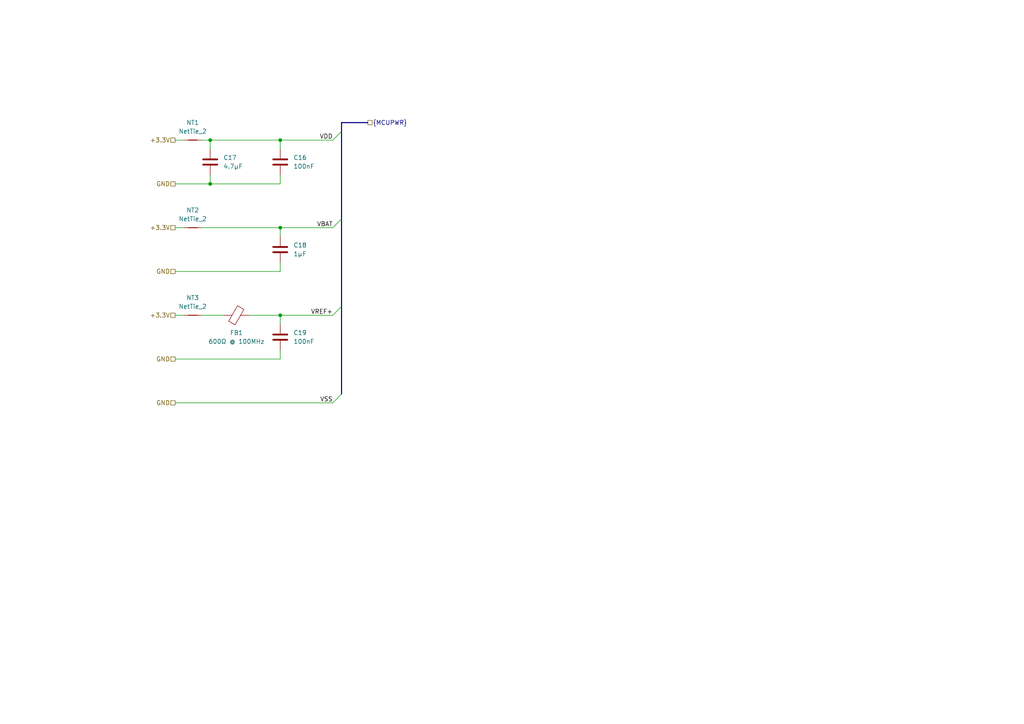
<source format=kicad_sch>
(kicad_sch (version 20230121) (generator eeschema)
  (paper "A4")
  (lib_symbols
    (symbol "Device:C" (pin_numbers hide) (pin_names (offset 0.254))
      (property "Reference" "C" (at 0.635 2.54 0))
      (property "Value" "C" (at 0.635 -2.54 0))
      (symbol "C_0_1"
        (polyline (pts (xy -2.032 -0.762) (xy 2.032 -0.762)) (stroke (width 0.508)))
        (polyline (pts (xy -2.032 0.762) (xy 2.032 0.762)) (stroke (width 0.508)))
      )
      (symbol "C_1_1"
        (pin passive line (at 0 3.81 270) (length 2.794) (name "~") (number "1"))
        (pin passive line (at 0 -3.81 90) (length 2.794) (name "~") (number "2"))
      )
    )
    (symbol "Device:FerriteBead" (pin_numbers hide) (pin_names (offset 0))
      (property "Reference" "FB" (at -3.81 0.635 90))
      (property "Value" "FerriteBead" (at 3.81 0 90))
      (symbol "FerriteBead_0_1"
        (polyline (pts (xy 0 -1.27) (xy 0 -1.2192)))
        (polyline (pts (xy 0 1.27) (xy 0 1.2954)))
        (polyline (pts (xy -2.7686 0.4064) (xy -1.7018 2.2606) (xy 2.7686 -0.3048) (xy 1.6764 -2.159) (xy -2.7686 0.4064)))
      )
      (symbol "FerriteBead_1_1"
        (pin passive line (at 0 3.81 270) (length 2.54) (name "~") (number "1"))
        (pin passive line (at 0 -3.81 90) (length 2.54) (name "~") (number "2"))
      )
    )
    (symbol "Device:NetTie_2" (pin_numbers hide) (pin_names (offset 0) hide) (in_bom no)
      (property "Reference" "NT" (at 0 1.27 0))
      (property "Value" "NetTie_2" (at 0 -1.27 0))
      (symbol "NetTie_2_0_1"
        (polyline (pts (xy -1.27 0) (xy 1.27 0)) (stroke (width 0.254)))
      )
      (symbol "NetTie_2_1_1"
        (pin passive line (at -2.54 0 0) (length 2.54) (name "1") (number "1"))
        (pin passive line (at 2.54 0 180) (length 2.54) (name "2") (number "2"))
      )
    )
  )
  (junction (at 81.28 66.04))
  (junction (at 81.28 91.44))
  (junction (at 81.28 40.64))
  (junction (at 60.96 40.64))
  (junction (at 60.96 53.34))
  (bus_entry (at 99.06 38.1) (size -2.54 2.54))
  (bus_entry (at 99.06 63.5) (size -2.54 2.54))
  (bus_entry (at 99.06 114.3) (size -2.54 2.54))
  (bus_entry (at 99.06 88.9) (size -2.54 2.54))
  (wire (pts (xy 60.96 53.34) (xy 81.28 53.34)))
  (wire (pts (xy 81.28 40.64) (xy 60.96 40.64)))
  (wire (pts (xy 50.8 53.34) (xy 60.96 53.34)))
  (wire (pts (xy 81.28 50.8) (xy 81.28 53.34)))
  (wire (pts (xy 50.8 91.44) (xy 53.34 91.44)))
  (wire (pts (xy 50.8 40.64) (xy 53.34 40.64)))
  (wire (pts (xy 58.42 91.44) (xy 64.77 91.44)))
  (wire (pts (xy 81.28 93.98) (xy 81.28 91.44)))
  (wire (pts (xy 50.8 104.14) (xy 81.28 104.14)))
  (wire (pts (xy 81.28 40.64) (xy 81.28 43.18)))
  (wire (pts (xy 81.28 76.2) (xy 81.28 78.74)))
  (wire (pts (xy 81.28 78.74) (xy 50.8 78.74)))
  (wire (pts (xy 58.42 40.64) (xy 60.96 40.64)))
  (bus (pts (xy 99.06 38.1) (xy 99.06 63.5)))
  (wire (pts (xy 81.28 68.58) (xy 81.28 66.04)))
  (wire (pts (xy 60.96 40.64) (xy 60.96 43.18)))
  (wire (pts (xy 81.28 40.64) (xy 96.52 40.64)))
  (wire (pts (xy 81.28 101.6) (xy 81.28 104.14)))
  (wire (pts (xy 81.28 91.44) (xy 96.52 91.44)))
  (wire (pts (xy 72.39 91.44) (xy 81.28 91.44)))
  (bus (pts (xy 99.06 88.9) (xy 99.06 114.3)))
  (wire (pts (xy 50.8 116.84) (xy 96.52 116.84)))
  (bus (pts (xy 99.06 63.5) (xy 99.06 88.9)))
  (bus (pts (xy 99.06 35.56) (xy 99.06 38.1)))
  (wire (pts (xy 58.42 66.04) (xy 81.28 66.04)))
  (wire (pts (xy 60.96 50.8) (xy 60.96 53.34)))
  (wire (pts (xy 50.8 66.04) (xy 53.34 66.04)))
  (bus (pts (xy 106.68 35.56) (xy 99.06 35.56)))
  (wire (pts (xy 81.28 66.04) (xy 96.52 66.04)))
  (label "VBAT" (at 96.52 66.04 180))
  (label "VSS" (at 96.52 116.84 180))
  (label "VDD" (at 96.52 40.64 180))
  (label "VREF+" (at 96.52 91.44 180))
  (hierarchical_label "+3.3V" (shape passive) (at 50.8 66.04 180))
  (hierarchical_label "GND" (shape passive) (at 50.8 104.14 180))
  (hierarchical_label "GND" (shape passive) (at 50.8 53.34 180))
  (hierarchical_label "{MCUPWR}" (shape passive) (at 106.68 35.56 0))
  (hierarchical_label "GND" (shape passive) (at 50.8 78.74 180))
  (hierarchical_label "+3.3V" (shape passive) (at 50.8 91.44 180))
  (hierarchical_label "GND" (shape passive) (at 50.8 116.84 180))
  (hierarchical_label "+3.3V" (shape passive) (at 50.8 40.64 180))
  (symbol (lib_id "Device:C") (at 81.28 46.99 0) (unit 1)
    (property "Reference" "C16" (at 85.09 45.72 0) (effects (justify left)))
    (property "Value" "100nF" (at 85.09 48.26 0) (effects (justify left)))
    (property "Footprint" "Capacitor_SMD:C_0402_1005Metric" (effects hide))
    (property "LCSC" "C115671" (effects hide))
  )
  (symbol (lib_id "Device:NetTie_2") (at 55.88 66.04 0) (unit 1) (in_bom no)
    (property "Reference" "NT2" (at 55.88 60.96 0))
    (property "Value" "NetTie_2" (at 55.88 63.5 0))
    (property "Footprint" "NetTie:NetTie-2_SMD_Pad0.5mm" (effects hide))
  )
  (symbol (lib_id "Device:FerriteBead") (at 68.58 91.44 90) (unit 1)
    (property "Reference" "FB1" (at 68.58 96.52 90))
    (property "Value" "600Ω @ 100MHz" (at 68.58 99.06 90))
    (property "Footprint" "Inductor_SMD:L_0402_1005Metric" (effects hide))
    (property "LCSC" "C98261" (effects hide))
  )
  (symbol (lib_id "Device:NetTie_2") (at 55.88 40.64 0) (unit 1) (in_bom no)
    (property "Reference" "NT1" (at 55.88 35.56 0))
    (property "Value" "NetTie_2" (at 55.88 38.1 0))
    (property "Footprint" "NetTie:NetTie-2_SMD_Pad0.5mm" (effects hide))
  )
  (symbol (lib_id "Device:C") (at 81.28 97.79 0) (unit 1)
    (property "Reference" "C19" (at 85.09 96.52 0) (effects (justify left)))
    (property "Value" "100nF" (at 85.09 99.06 0) (effects (justify left)))
    (property "Footprint" "Capacitor_SMD:C_0402_1005Metric" (effects hide))
    (property "LCSC" "C115671" (effects hide))
  )
  (symbol (lib_id "Device:C") (at 60.96 46.99 0) (unit 1)
    (property "Reference" "C17" (at 64.77 45.72 0) (effects (justify left)))
    (property "Value" "4.7µF" (at 64.77 48.26 0) (effects (justify left)))
    (property "Footprint" "Capacitor_SMD:C_0402_1005Metric" (effects hide))
    (property "LCSC" "C274416" (effects hide))
  )
  (symbol (lib_id "Device:C") (at 81.28 72.39 0) (unit 1)
    (property "Reference" "C18" (at 85.09 71.12 0) (effects (justify left)))
    (property "Value" "1µF" (at 85.09 73.66 0) (effects (justify left)))
    (property "Footprint" "Capacitor_SMD:C_0402_1005Metric" (effects hide))
    (property "LCSC" "C314234" (effects hide))
  )
  (symbol (lib_id "Device:NetTie_2") (at 55.88 91.44 0) (unit 1) (in_bom no)
    (property "Reference" "NT3" (at 55.88 86.36 0))
    (property "Value" "NetTie_2" (at 55.88 88.9 0))
    (property "Footprint" "NetTie:NetTie-2_SMD_Pad0.5mm" (effects hide))
  )
)
</source>
